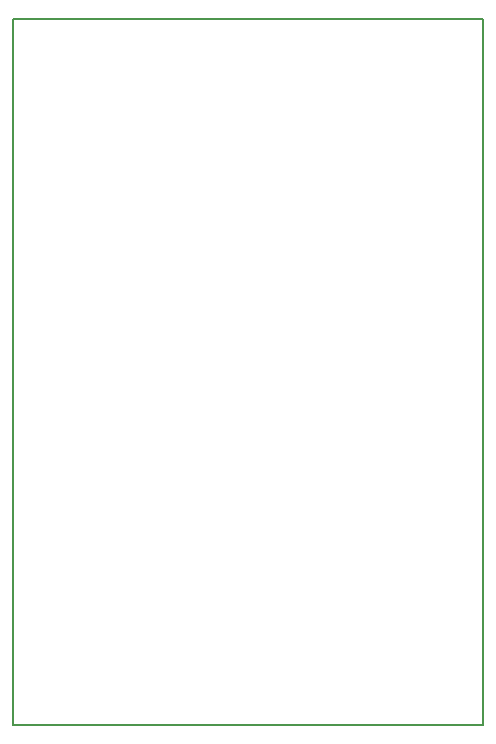
<source format=gbo>
G04 MADE WITH FRITZING*
G04 WWW.FRITZING.ORG*
G04 DOUBLE SIDED*
G04 HOLES PLATED*
G04 CONTOUR ON CENTER OF CONTOUR VECTOR*
%ASAXBY*%
%FSLAX23Y23*%
%MOIN*%
%OFA0B0*%
%SFA1.0B1.0*%
%ADD10R,1.574800X2.362200X1.558800X2.346200*%
%ADD11C,0.008000*%
%LNSILK0*%
G90*
G70*
G54D11*
X4Y2358D02*
X1571Y2358D01*
X1571Y4D01*
X4Y4D01*
X4Y2358D01*
D02*
G04 End of Silk0*
M02*
</source>
